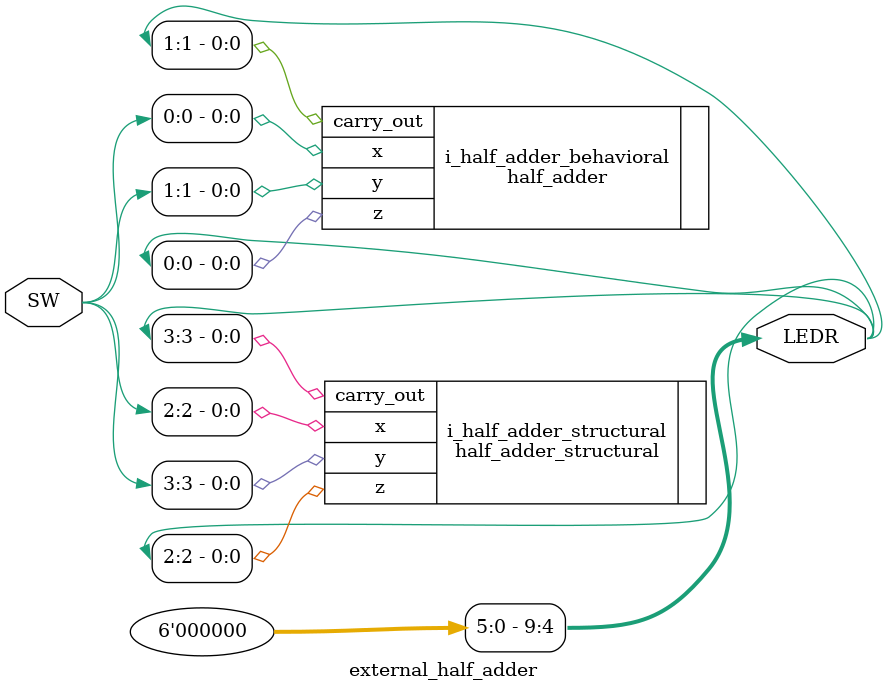
<source format=v>
module external_half_adder
(
    input  [9:0] SW,
    output [9:0] LEDR
);

	half_adder i_half_adder_behavioral
    (
        .x        (SW[0]  ),
        .y        (SW[1]  ),
        .z        (LEDR[0]),
        .carry_out(LEDR[1])
    );
    
    half_adder_structural i_half_adder_structural
    (
        .x        ( SW[2]  ),
        .y        ( SW[3]  ),
        .z        ( LEDR[2]),
        .carry_out( LEDR[3])
    );
    
    assign LEDR[9:4] = 0;

endmodule

</source>
